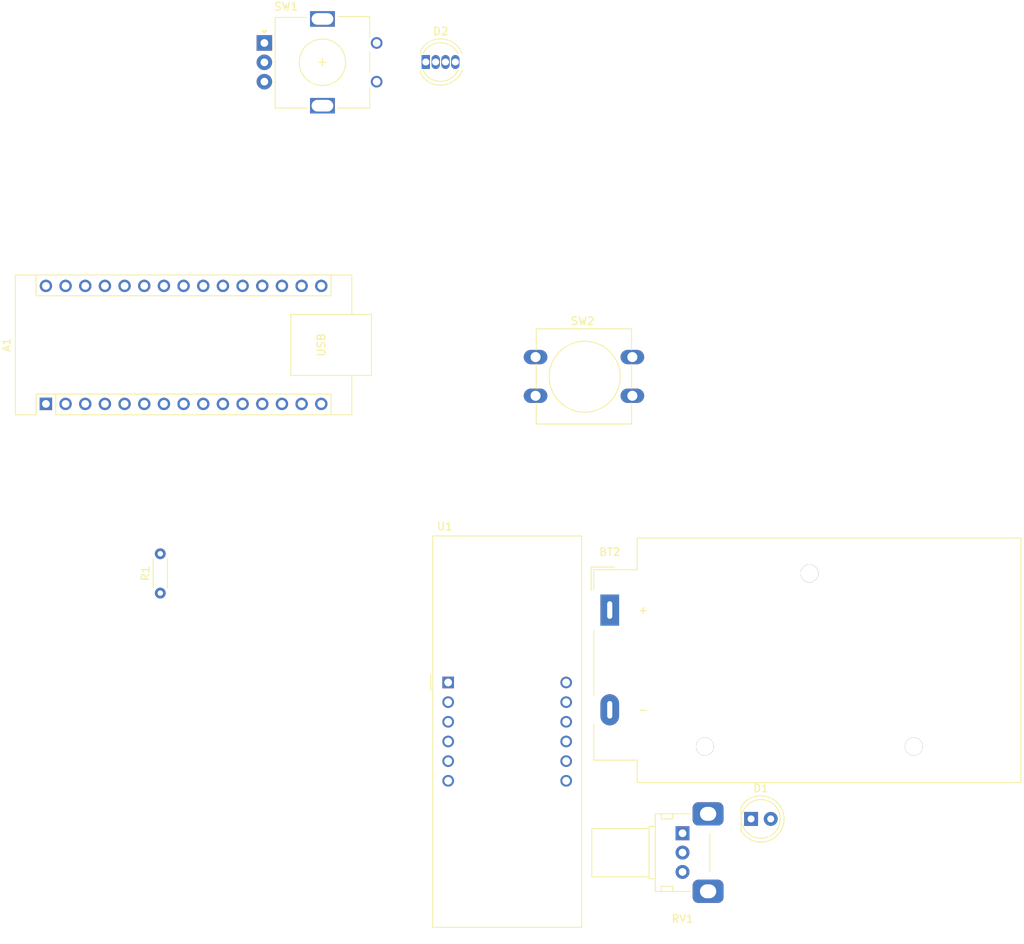
<source format=kicad_pcb>
(kicad_pcb (version 20221018) (generator pcbnew)
  (layers (0 "F.Cu" signal) (31 "B.Cu" signal) (34 "B.Paste" user) (35 "F.Paste" user) (36 "B.SilkS" user "B.Silkscreen") (37 "F.SilkS" user "F.Silkscreen") (38 "B.Mask" user) (39 "F.Mask" user) (44 "Edge.Cuts" user))
  (net 0 "")
  (net 30 "+5V")
  (footprint "Display_7Segment:CA56-12CGKWA" (layer "F.Cu") (at 128.615 115.68)
    (fp_text reference "U1" (at -0.44 -20.15) (layer "F.SilkS"))
    (fp_text value "CA56-12CGKWA")
    (fp_line (start -2.25 -1) (end -2.25 1) (stroke (width 0.12)) (layer "F.SilkS"))
    (fp_line (start -2 -18.92) (end -2 31.62) (stroke (width 0.12)) (layer "F.SilkS"))
    (fp_line (start -2 -18.92) (end 17.24 -18.92) (stroke (width 0.12)) (layer "F.SilkS"))
    (fp_line (start -2 31.62) (end 17.24 31.62) (stroke (width 0.12)) (layer "F.SilkS"))
    (fp_line (start 17.24 31.62) (end 17.24 -18.92) (stroke (width 0.12)) (layer "F.SilkS"))
    (pad "1" thru_hole rect (at 0 0) (size 1.5 1.5) (drill 1) (layers "*.Cu" "*.Mask"))
    (pad "2" thru_hole circle (at 0 2.54) (size 1.5 1.5) (drill 1) (layers "*.Cu" "*.Mask"))
    (pad "3" thru_hole circle (at 0 5.08) (size 1.5 1.5) (drill 1) (layers "*.Cu" "*.Mask"))
    (pad "4" thru_hole circle (at 0 7.62) (size 1.5 1.5) (drill 1) (layers "*.Cu" "*.Mask"))
    (pad "5" thru_hole circle (at 0 10.16) (size 1.5 1.5) (drill 1) (layers "*.Cu" "*.Mask"))
    (pad "6" thru_hole circle (at 0 12.7) (size 1.5 1.5) (drill 1) (layers "*.Cu" "*.Mask"))
    (pad "7" thru_hole circle (at 15.24 12.7) (size 1.5 1.5) (drill 1) (layers "*.Cu" "*.Mask"))
    (pad "8" thru_hole circle (at 15.24 10.16) (size 1.5 1.5) (drill 1) (layers "*.Cu" "*.Mask"))
    (pad "9" thru_hole circle (at 15.24 7.62) (size 1.5 1.5) (drill 1) (layers "*.Cu" "*.Mask"))
    (pad "10" thru_hole circle (at 15.24 5.08) (size 1.5 1.5) (drill 1) (layers "*.Cu" "*.Mask"))
    (pad "11" thru_hole circle (at 15.24 2.54) (size 1.5 1.5) (drill 1) (layers "*.Cu" "*.Mask"))
    (pad "12" thru_hole circle (at 15.24 0) (size 1.5 1.5) (drill 1) (layers "*.Cu" "*.Mask"))
  )
  (footprint "Battery:BatteryHolder_MPD_BA9VPC_1xPP3" (layer "F.Cu") (at 149.48 106.33)
    (fp_text reference "BT2" (at 0 -7.5) (layer "F.SilkS"))
    (fp_text value "Battery_Cell")
    (fp_text user "+" (at 3.6 0) (layer "F.SilkS") (effects (justify left)))
    (fp_text user "-" (at 3.6 12.88) (layer "F.SilkS") (effects (justify left)))
    (fp_line (start -2.4 -5.55) (end -2.4 -2.55) (stroke (width 0.12)) (layer "F.SilkS"))
    (fp_line (start -2.4 -5.55) (end 0.6 -5.55) (stroke (width 0.12)) (layer "F.SilkS"))
    (fp_line (start -2.06 -5.21) (end -2.06 -2.65) (stroke (width 0.12)) (layer "F.SilkS"))
    (fp_line (start -2.06 2.65) (end -2.06 11) (stroke (width 0.12)) (layer "F.SilkS"))
    (fp_line (start -2.06 19.38) (end -2.06 14.7) (stroke (width 0.12)) (layer "F.SilkS"))
    (fp_line (start 3.54 -9.31) (end 3.54 -5.21) (stroke (width 0.12)) (layer "F.SilkS"))
    (fp_line (start 3.54 -5.21) (end -2.06 -5.21) (stroke (width 0.12)) (layer "F.SilkS"))
    (fp_line (start 3.54 19.38) (end -2.06 19.38) (stroke (width 0.12)) (layer "F.SilkS"))
    (fp_line (start 3.54 22.28) (end 3.54 19.38) (stroke (width 0.12)) (layer "F.SilkS"))
    (fp_line (start 53.1 -9.31) (end 3.54 -9.31) (stroke (width 0.12)) (layer "F.SilkS"))
    (fp_line (start 53.1 22.28) (end 3.54 22.28) (stroke (width 0.12)) (layer "F.SilkS"))
    (fp_line (start 53.1 22.28) (end 53.1 -9.31) (stroke (width 0.12)) (layer "F.SilkS"))
    (pad "" np_thru_hole circle (at 12.29 17.62) (size 2.3 2.3) (drill 2.29) (layers "*.Cu" "*.Mask"))
    (pad "" np_thru_hole circle (at 25.78 -4.73) (size 2.3 2.3) (drill 2.29) (layers "*.Cu" "*.Mask"))
    (pad "" np_thru_hole circle (at 39.26 17.62) (size 2.3 2.3) (drill 2.29) (layers "*.Cu" "*.Mask"))
    (pad "1" thru_hole rect (at 0 0) (size 2.41 4.02) (drill oval 0.66 2.27) (layers "*.Cu" "*.Mask"))
    (pad "2" thru_hole oval (at 0 12.88) (size 2.41 4.02) (drill oval 0.66 2.27) (layers "*.Cu" "*.Mask"))
  )
  (footprint "Resistor_THT:R_Axial_DIN0204_L3.6mm_D1.6mm_P5.08mm_Horizontal" (layer "F.Cu") (at 91.44 104.14 90)
    (fp_text reference "R1" (at 2.54 -1.92 90) (layer "F.SilkS"))
    (fp_text value "1k")
    (fp_line (start 0.62 -0.92) (end 4.46 -0.92) (stroke (width 0.12)) (layer "F.SilkS"))
    (fp_line (start 0.62 0.92) (end 4.46 0.92) (stroke (width 0.12)) (layer "F.SilkS"))
    (pad "1" thru_hole circle (at 0 0 90) (size 1.4 1.4) (drill 0.7) (layers "*.Cu" "*.Mask"))
    (pad "2" thru_hole oval (at 5.08 0 90) (size 1.4 1.4) (drill 0.7) (layers "*.Cu" "*.Mask") (net 30 "+5V"))
  )
  (footprint "LED_THT:LED_D5.0mm" (layer "F.Cu") (at 167.73 133.3)
    (fp_text reference "D1" (at 1.27 -3.96) (layer "F.SilkS"))
    (fp_text value "LED")
    (fp_line (start -1.29 -1.545) (end -1.29 1.545) (stroke (width 0.12)) (layer "F.SilkS"))
    (fp_arc (start -1.29 -1.54483) (mid 2.072002 -2.880433) (end 4.26 0.000462) (stroke (width 0.12)) (layer "F.SilkS"))
    (fp_arc (start 4.26 -0.000462) (mid 2.072002 2.880433) (end -1.29 1.54483) (stroke (width 0.12)) (layer "F.SilkS"))
    (fp_circle (center 1.27 0) (end 3.77 0) (stroke (width 0.12)) (fill none) (layer "F.SilkS"))
    (pad "1" thru_hole rect (at 0 0) (size 1.8 1.8) (drill 0.9) (layers "*.Cu" "*.Mask"))
    (pad "2" thru_hole circle (at 2.54 0) (size 1.8 1.8) (drill 0.9) (layers "*.Cu" "*.Mask"))
  )
  (footprint "Rotary_Encoder:RotaryEncoder_Alps_EC11E_Vertical_H20mm" (layer "F.Cu") (at 104.88 33.1)
    (fp_text reference "SW1" (at 2.8 -4.7) (layer "F.SilkS"))
    (fp_text value "RotaryEncoder_Switch")
    (fp_line (start -0.3 -1.6) (end 0.3 -1.6) (stroke (width 0.12)) (layer "F.SilkS"))
    (fp_line (start 0 -1.3) (end -0.3 -1.6) (stroke (width 0.12)) (layer "F.SilkS"))
    (fp_line (start 0.3 -1.6) (end 0 -1.3) (stroke (width 0.12)) (layer "F.SilkS"))
    (fp_line (start 1.4 -3.3) (end 1.4 8.4) (stroke (width 0.12)) (layer "F.SilkS"))
    (fp_line (start 5.5 -3.3) (end 1.4 -3.3) (stroke (width 0.12)) (layer "F.SilkS"))
    (fp_line (start 5.5 8.4) (end 1.4 8.4) (stroke (width 0.12)) (layer "F.SilkS"))
    (fp_line (start 7 2.5) (end 8 2.5) (stroke (width 0.12)) (layer "F.SilkS"))
    (fp_line (start 7.5 2) (end 7.5 3) (stroke (width 0.12)) (layer "F.SilkS"))
    (fp_line (start 9.5 -3.4) (end 13.6 -3.4) (stroke (width 0.12)) (layer "F.SilkS"))
    (fp_line (start 13.6 -3.4) (end 13.6 -0.8) (stroke (width 0.12)) (layer "F.SilkS"))
    (fp_line (start 13.6 1.2) (end 13.6 3.8) (stroke (width 0.12)) (layer "F.SilkS"))
    (fp_line (start 13.6 5.8) (end 13.6 8.4) (stroke (width 0.12)) (layer "F.SilkS"))
    (fp_line (start 13.6 8.4) (end 9.5 8.4) (stroke (width 0.12)) (layer "F.SilkS"))
    (fp_circle (center 7.5 2.5) (end 10.5 2.5) (stroke (width 0.12)) (fill none) (layer "F.SilkS"))
    (pad "" thru_hole circle (at 14.5 0) (size 1.5 1.5) (drill 1) (layers "*.Cu" "*.Mask"))
    (pad "" thru_hole circle (at 14.5 5) (size 1.5 1.5) (drill 1) (layers "*.Cu" "*.Mask"))
    (pad "A" thru_hole rect (at 0 0) (size 2 2) (drill 1) (layers "*.Cu" "*.Mask"))
    (pad "B" thru_hole circle (at 0 5) (size 2 2) (drill 1) (layers "*.Cu" "*.Mask"))
    (pad "C" thru_hole circle (at 0 2.5) (size 2 2) (drill 1) (layers "*.Cu" "*.Mask"))
    (pad "MP" thru_hole rect (at 7.5 -3.1) (size 3.2 2) (drill oval 2.8 1.5) (layers "*.Cu" "*.Mask"))
    (pad "MP" thru_hole rect (at 7.5 8.1) (size 3.2 2) (drill oval 2.8 1.5) (layers "*.Cu" "*.Mask"))
  )
  (footprint "Potentiometer_THT:Potentiometer_Alps_RK09K_Single_Horizontal" (layer "F.Cu") (at 158.88 135.15)
    (fp_text reference "RV1" (at 0 11.05 180) (layer "F.SilkS"))
    (fp_text value "R_Potentiometer")
    (fp_line (start -11.72 5.62) (end -11.72 -0.62) (stroke (width 0.12)) (layer "F.SilkS"))
    (fp_line (start -4.32 -0.62) (end -11.72 -0.62) (stroke (width 0.12)) (layer "F.SilkS"))
    (fp_line (start -4.32 5.62) (end -11.72 5.62) (stroke (width 0.12)) (layer "F.SilkS"))
    (fp_line (start -4.32 5.87) (end -4.32 -0.87) (stroke (width 0.12)) (layer "F.SilkS"))
    (fp_line (start -3.52 -0.87) (end -4.32 -0.87) (stroke (width 0.12)) (layer "F.SilkS"))
    (fp_line (start -3.52 5.87) (end -4.32 5.87) (stroke (width 0.12)) (layer "F.SilkS"))
    (fp_line (start -3.52 7.521) (end -3.52 -2.52) (stroke (width 0.12)) (layer "F.SilkS"))
    (fp_line (start -2.75 -2.52) (end -3.52 -2.52) (stroke (width 0.12)) (layer "F.SilkS"))
    (fp_line (start -2.75 7.521) (end -3.52 7.521) (stroke (width 0.12)) (layer "F.SilkS"))
    (fp_line (start -1.25 -2.52) (end 1 -2.52) (stroke (width 0.12)) (layer "F.SilkS"))
    (fp_line (start 1 7.521) (end -1.25 7.521) (stroke (width 0.12)) (layer "F.SilkS"))
    (fp_line (start 3.52 4.944) (end 3.52 0.055) (stroke (width 0.12)) (layer "F.SilkS"))
    (fp_rect (start -2.75 -2.52) (end -1.25 -1.85) (stroke (width 0.12)) (fill none) (layer "F.SilkS"))
    (fp_rect (start -2.75 6.85) (end -1.25 7.521) (stroke (width 0.12)) (fill none) (layer "F.SilkS"))
    (pad "1" thru_hole rect (at 0 0 180) (size 1.8 1.8) (drill 1) (layers "*.Cu" "*.Mask"))
    (pad "2" thru_hole circle (at 0 2.5 180) (size 1.8 1.8) (drill 1) (layers "*.Cu" "*.Mask"))
    (pad "3" thru_hole circle (at 0 5 180) (size 1.8 1.8) (drill 1) (layers "*.Cu" "*.Mask"))
    (pad "MP" thru_hole roundrect (at 3.3 -2.5 180) (size 4 3) (drill oval 2.1 1.8) (layers "*.Cu" "*.Mask"))
    (pad "MP" thru_hole roundrect (at 3.3 7.5 180) (size 4 3) (drill oval 2.1 1.8) (layers "*.Cu" "*.Mask"))
  )
  (footprint "Button_Switch_THT:SW_PUSH-12mm" (layer "F.Cu") (at 139.9 73.66)
    (fp_text reference "SW2" (at 6.08 -4.66) (layer "F.SilkS"))
    (fp_text value "SW_Push")
    (fp_line (start 0.1 -3.65) (end 12.4 -3.65) (stroke (width 0.12)) (layer "F.SilkS"))
    (fp_line (start 0.1 -0.93) (end 0.1 -3.65) (stroke (width 0.12)) (layer "F.SilkS"))
    (fp_line (start 0.1 4.07) (end 0.1 0.93) (stroke (width 0.12)) (layer "F.SilkS"))
    (fp_line (start 0.1 8.65) (end 0.1 5.93) (stroke (width 0.12)) (layer "F.SilkS"))
    (fp_line (start 12.4 -3.65) (end 12.4 -0.93) (stroke (width 0.12)) (layer "F.SilkS"))
    (fp_line (start 12.4 0.93) (end 12.4 4.07) (stroke (width 0.12)) (layer "F.SilkS"))
    (fp_line (start 12.4 5.93) (end 12.4 8.65) (stroke (width 0.12)) (layer "F.SilkS"))
    (fp_line (start 12.4 8.65) (end 0.1 8.65) (stroke (width 0.12)) (layer "F.SilkS"))
    (fp_circle (center 6.35 2.54) (end 10.16 5.08) (stroke (width 0.12)) (fill none) (layer "F.SilkS"))
    (pad "1" thru_hole oval (at 0 0) (size 3.048 1.85) (drill 1.3) (layers "*.Cu" "*.Mask"))
    (pad "1" thru_hole oval (at 12.5 0) (size 3.048 1.85) (drill 1.3) (layers "*.Cu" "*.Mask"))
    (pad "2" thru_hole oval (at 0 5) (size 3.048 1.85) (drill 1.3) (layers "*.Cu" "*.Mask"))
    (pad "2" thru_hole oval (at 12.5 5) (size 3.048 1.85) (drill 1.3) (layers "*.Cu" "*.Mask"))
  )
  (footprint "Module:Arduino_Nano" (layer "F.Cu") (at 76.67 79.71 90)
    (fp_text reference "A1" (at 7.62 -5.08 90) (layer "F.SilkS"))
    (fp_text value "Arduino_Nano_v3.x")
    (fp_text user "USB" (at 7.62 35.56 90 unlocked) (layer "F.SilkS"))
    (fp_line (start -1.4 -3.94) (end -1.4 -1.27) (stroke (width 0.12)) (layer "F.SilkS"))
    (fp_line (start -1.4 1.27) (end -1.4 39.5) (stroke (width 0.12)) (layer "F.SilkS"))
    (fp_line (start -1.4 39.5) (end 3.68 39.5) (stroke (width 0.12)) (layer "F.SilkS"))
    (fp_line (start 1.27 -1.27) (end -1.4 -1.27) (stroke (width 0.12)) (layer "F.SilkS"))
    (fp_line (start 1.27 1.27) (end -1.4 1.27) (stroke (width 0.12)) (layer "F.SilkS"))
    (fp_line (start 1.27 1.27) (end 1.27 -1.27) (stroke (width 0.12)) (layer "F.SilkS"))
    (fp_line (start 1.27 1.27) (end 1.27 36.83) (stroke (width 0.12)) (layer "F.SilkS"))
    (fp_line (start 1.27 36.83) (end -1.4 36.83) (stroke (width 0.12)) (layer "F.SilkS"))
    (fp_line (start 3.68 31.62) (end 11.56 31.62) (stroke (width 0.12)) (layer "F.SilkS"))
    (fp_line (start 3.68 42.04) (end 3.68 31.62) (stroke (width 0.12)) (layer "F.SilkS"))
    (fp_line (start 11.56 31.62) (end 11.56 42.04) (stroke (width 0.12)) (layer "F.SilkS"))
    (fp_line (start 11.56 42.04) (end 3.68 42.04) (stroke (width 0.12)) (layer "F.SilkS"))
    (fp_line (start 13.97 -1.27) (end 13.97 36.83) (stroke (width 0.12)) (layer "F.SilkS"))
    (fp_line (start 13.97 -1.27) (end 16.64 -1.27) (stroke (width 0.12)) (layer "F.SilkS"))
    (fp_line (start 13.97 36.83) (end 16.64 36.83) (stroke (width 0.12)) (layer "F.SilkS"))
    (fp_line (start 16.64 -3.94) (end -1.4 -3.94) (stroke (width 0.12)) (layer "F.SilkS"))
    (fp_line (start 16.64 39.5) (end 11.56 39.5) (stroke (width 0.12)) (layer "F.SilkS"))
    (fp_line (start 16.64 39.5) (end 16.64 -3.94) (stroke (width 0.12)) (layer "F.SilkS"))
    (pad "1" thru_hole rect (at 0 0 90) (size 1.6 1.6) (drill 1) (layers "*.Cu" "*.Mask"))
    (pad "2" thru_hole oval (at 0 2.54 90) (size 1.6 1.6) (drill 1) (layers "*.Cu" "*.Mask"))
    (pad "3" thru_hole oval (at 0 5.08 90) (size 1.6 1.6) (drill 1) (layers "*.Cu" "*.Mask"))
    (pad "4" thru_hole oval (at 0 7.62 90) (size 1.6 1.6) (drill 1) (layers "*.Cu" "*.Mask"))
    (pad "5" thru_hole oval (at 0 10.16 90) (size 1.6 1.6) (drill 1) (layers "*.Cu" "*.Mask"))
    (pad "6" thru_hole oval (at 0 12.7 90) (size 1.6 1.6) (drill 1) (layers "*.Cu" "*.Mask"))
    (pad "7" thru_hole oval (at 0 15.24 90) (size 1.6 1.6) (drill 1) (layers "*.Cu" "*.Mask"))
    (pad "8" thru_hole oval (at 0 17.78 90) (size 1.6 1.6) (drill 1) (layers "*.Cu" "*.Mask"))
    (pad "9" thru_hole oval (at 0 20.32 90) (size 1.6 1.6) (drill 1) (layers "*.Cu" "*.Mask"))
    (pad "10" thru_hole oval (at 0 22.86 90) (size 1.6 1.6) (drill 1) (layers "*.Cu" "*.Mask"))
    (pad "11" thru_hole oval (at 0 25.4 90) (size 1.6 1.6) (drill 1) (layers "*.Cu" "*.Mask"))
    (pad "12" thru_hole oval (at 0 27.94 90) (size 1.6 1.6) (drill 1) (layers "*.Cu" "*.Mask"))
    (pad "13" thru_hole oval (at 0 30.48 90) (size 1.6 1.6) (drill 1) (layers "*.Cu" "*.Mask"))
    (pad "14" thru_hole oval (at 0 33.02 90) (size 1.6 1.6) (drill 1) (layers "*.Cu" "*.Mask"))
    (pad "15" thru_hole oval (at 0 35.56 90) (size 1.6 1.6) (drill 1) (layers "*.Cu" "*.Mask"))
    (pad "16" thru_hole oval (at 15.24 35.56 90) (size 1.6 1.6) (drill 1) (layers "*.Cu" "*.Mask"))
    (pad "17" thru_hole oval (at 15.24 33.02 90) (size 1.6 1.6) (drill 1) (layers "*.Cu" "*.Mask"))
    (pad "18" thru_hole oval (at 15.24 30.48 90) (size 1.6 1.6) (drill 1) (layers "*.Cu" "*.Mask"))
    (pad "19" thru_hole oval (at 15.24 27.94 90) (size 1.6 1.6) (drill 1) (layers "*.Cu" "*.Mask"))
    (pad "20" thru_hole oval (at 15.24 25.4 90) (size 1.6 1.6) (drill 1) (layers "*.Cu" "*.Mask"))
    (pad "21" thru_hole oval (at 15.24 22.86 90) (size 1.6 1.6) (drill 1) (layers "*.Cu" "*.Mask"))
    (pad "22" thru_hole oval (at 15.24 20.32 90) (size 1.6 1.6) (drill 1) (layers "*.Cu" "*.Mask"))
    (pad "23" thru_hole oval (at 15.24 17.78 90) (size 1.6 1.6) (drill 1) (layers "*.Cu" "*.Mask"))
    (pad "24" thru_hole oval (at 15.24 15.24 90) (size 1.6 1.6) (drill 1) (layers "*.Cu" "*.Mask"))
    (pad "25" thru_hole oval (at 15.24 12.7 90) (size 1.6 1.6) (drill 1) (layers "*.Cu" "*.Mask"))
    (pad "26" thru_hole oval (at 15.24 10.16 90) (size 1.6 1.6) (drill 1) (layers "*.Cu" "*.Mask"))
    (pad "27" thru_hole oval (at 15.24 7.62 90) (size 1.6 1.6) (drill 1) (layers "*.Cu" "*.Mask"))
    (pad "28" thru_hole oval (at 15.24 5.08 90) (size 1.6 1.6) (drill 1) (layers "*.Cu" "*.Mask"))
    (pad "29" thru_hole oval (at 15.24 2.54 90) (size 1.6 1.6) (drill 1) (layers "*.Cu" "*.Mask"))
    (pad "30" thru_hole oval (at 15.24 0 90) (size 1.6 1.6) (drill 1) (layers "*.Cu" "*.Mask"))
  )
  (footprint "LED_THT:LED_D5.0mm-4_RGB" (layer "F.Cu") (at 125.73 35.56)
    (fp_text reference "D2" (at 1.905 -3.96) (layer "F.SilkS"))
    (fp_text value "LED_BGKR")
    (fp_line (start -0.655 -1.545) (end -0.655 -1.08) (stroke (width 0.12)) (layer "F.SilkS"))
    (fp_line (start -0.655 1.08) (end -0.655 1.545) (stroke (width 0.12)) (layer "F.SilkS"))
    (fp_arc (start -0.655 -1.54483) (mid 2.163456 -2.978809) (end 4.692815 -1.080827) (stroke (width 0.12)) (layer "F.SilkS"))
    (fp_arc (start -0.349684 -1.08) (mid 1.904762 -2.5) (end 4.159479 -1.080429) (stroke (width 0.12)) (layer "F.SilkS"))
    (fp_arc (start 4.159479 1.080429) (mid 1.904762 2.5) (end -0.349684 1.08) (stroke (width 0.12)) (layer "F.SilkS"))
    (fp_arc (start 4.692815 1.080827) (mid 2.163456 2.978808) (end -0.655 1.54483) (stroke (width 0.12)) (layer "F.SilkS"))
    (pad "1" thru_hole rect (at 0 0) (size 1.07 1.8) (drill 0.9) (layers "*.Cu" "*.Mask"))
    (pad "2" thru_hole oval (at 1.27 0) (size 1.07 1.8) (drill 0.9) (layers "*.Cu" "*.Mask"))
    (pad "3" thru_hole oval (at 2.54 0) (size 1.07 1.8) (drill 0.9) (layers "*.Cu" "*.Mask"))
    (pad "4" thru_hole oval (at 3.81 0) (size 1.07 1.8) (drill 0.9) (layers "*.Cu" "*.Mask"))
  )
)
</source>
